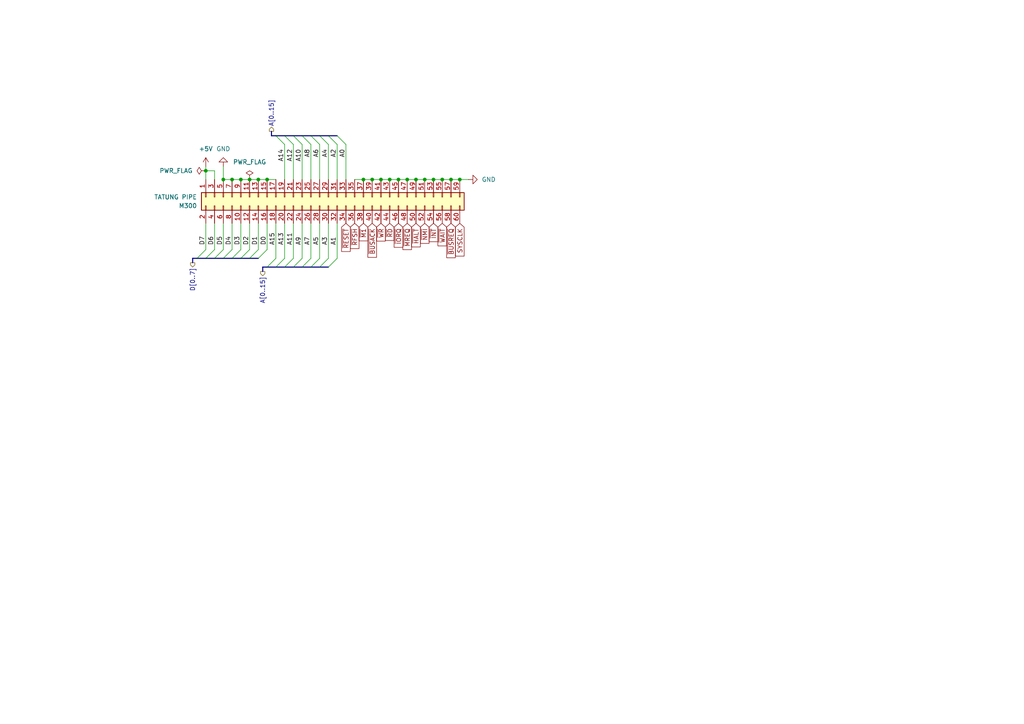
<source format=kicad_sch>
(kicad_sch (version 20250114) (generator "eeschema") (generator_version "9.0")
  (paper "A4")
  (lib_symbols
    (symbol "Connector_Generic:Conn_02x30_Odd_Even" (pin_names (offset 1.016) (hide yes))
      (property "Reference" "J" (at 1.27 38.1 0))
      (property "Value" "Conn_02x30_Odd_Even" (at 1.27 -40.64 0))
      (symbol "Conn_02x30_Odd_Even_1_1"
        (rectangle (start -1.27 36.83) (end 3.81 -39.37) (stroke (width 0.254)) (fill (type background)))
        (rectangle (start -1.27 35.687) (end 0 35.433) (stroke (width 0.1524)))
        (rectangle (start -1.27 33.147) (end 0 32.893) (stroke (width 0.1524)))
        (rectangle (start -1.27 30.607) (end 0 30.353) (stroke (width 0.1524)))
        (rectangle (start -1.27 28.067) (end 0 27.813) (stroke (width 0.1524)))
        (rectangle (start -1.27 25.527) (end 0 25.273) (stroke (width 0.1524)))
        (rectangle (start -1.27 22.987) (end 0 22.733) (stroke (width 0.1524)))
        (rectangle (start -1.27 20.447) (end 0 20.193) (stroke (width 0.1524)))
        (rectangle (start -1.27 17.907) (end 0 17.653) (stroke (width 0.1524)))
        (rectangle (start -1.27 15.367) (end 0 15.113) (stroke (width 0.1524)))
        (rectangle (start -1.27 12.827) (end 0 12.573) (stroke (width 0.1524)))
        (rectangle (start -1.27 10.287) (end 0 10.033) (stroke (width 0.1524)))
        (rectangle (start -1.27 7.747) (end 0 7.493) (stroke (width 0.1524)))
        (rectangle (start -1.27 5.207) (end 0 4.953) (stroke (width 0.1524)))
        (rectangle (start -1.27 2.667) (end 0 2.413) (stroke (width 0.1524)))
        (rectangle (start -1.27 0.127) (end 0 -0.127) (stroke (width 0.1524)))
        (rectangle (start -1.27 -2.413) (end 0 -2.667) (stroke (width 0.1524)))
        (rectangle (start -1.27 -4.953) (end 0 -5.207) (stroke (width 0.1524)))
        (rectangle (start -1.27 -7.493) (end 0 -7.747) (stroke (width 0.1524)))
        (rectangle (start -1.27 -10.033) (end 0 -10.287) (stroke (width 0.1524)))
        (rectangle (start -1.27 -12.573) (end 0 -12.827) (stroke (width 0.1524)))
        (rectangle (start -1.27 -15.113) (end 0 -15.367) (stroke (width 0.1524)))
        (rectangle (start -1.27 -17.653) (end 0 -17.907) (stroke (width 0.1524)))
        (rectangle (start -1.27 -20.193) (end 0 -20.447) (stroke (width 0.1524)))
        (rectangle (start -1.27 -22.733) (end 0 -22.987) (stroke (width 0.1524)))
        (rectangle (start -1.27 -25.273) (end 0 -25.527) (stroke (width 0.1524)))
        (rectangle (start -1.27 -27.813) (end 0 -28.067) (stroke (width 0.1524)))
        (rectangle (start -1.27 -30.353) (end 0 -30.607) (stroke (width 0.1524)))
        (rectangle (start -1.27 -32.893) (end 0 -33.147) (stroke (width 0.1524)))
        (rectangle (start -1.27 -35.433) (end 0 -35.687) (stroke (width 0.1524)))
        (rectangle (start -1.27 -37.973) (end 0 -38.227) (stroke (width 0.1524)))
        (rectangle (start 3.81 35.687) (end 2.54 35.433) (stroke (width 0.1524)))
        (rectangle (start 3.81 33.147) (end 2.54 32.893) (stroke (width 0.1524)))
        (rectangle (start 3.81 30.607) (end 2.54 30.353) (stroke (width 0.1524)))
        (rectangle (start 3.81 28.067) (end 2.54 27.813) (stroke (width 0.1524)))
        (rectangle (start 3.81 25.527) (end 2.54 25.273) (stroke (width 0.1524)))
        (rectangle (start 3.81 22.987) (end 2.54 22.733) (stroke (width 0.1524)))
        (rectangle (start 3.81 20.447) (end 2.54 20.193) (stroke (width 0.1524)))
        (rectangle (start 3.81 17.907) (end 2.54 17.653) (stroke (width 0.1524)))
        (rectangle (start 3.81 15.367) (end 2.54 15.113) (stroke (width 0.1524)))
        (rectangle (start 3.81 12.827) (end 2.54 12.573) (stroke (width 0.1524)))
        (rectangle (start 3.81 10.287) (end 2.54 10.033) (stroke (width 0.1524)))
        (rectangle (start 3.81 7.747) (end 2.54 7.493) (stroke (width 0.1524)))
        (rectangle (start 3.81 5.207) (end 2.54 4.953) (stroke (width 0.1524)))
        (rectangle (start 3.81 2.667) (end 2.54 2.413) (stroke (width 0.1524)))
        (rectangle (start 3.81 0.127) (end 2.54 -0.127) (stroke (width 0.1524)))
        (rectangle (start 3.81 -2.413) (end 2.54 -2.667) (stroke (width 0.1524)))
        (rectangle (start 3.81 -4.953) (end 2.54 -5.207) (stroke (width 0.1524)))
        (rectangle (start 3.81 -7.493) (end 2.54 -7.747) (stroke (width 0.1524)))
        (rectangle (start 3.81 -10.033) (end 2.54 -10.287) (stroke (width 0.1524)))
        (rectangle (start 3.81 -12.573) (end 2.54 -12.827) (stroke (width 0.1524)))
        (rectangle (start 3.81 -15.113) (end 2.54 -15.367) (stroke (width 0.1524)))
        (rectangle (start 3.81 -17.653) (end 2.54 -17.907) (stroke (width 0.1524)))
        (rectangle (start 3.81 -20.193) (end 2.54 -20.447) (stroke (width 0.1524)))
        (rectangle (start 3.81 -22.733) (end 2.54 -22.987) (stroke (width 0.1524)))
        (rectangle (start 3.81 -25.273) (end 2.54 -25.527) (stroke (width 0.1524)))
        (rectangle (start 3.81 -27.813) (end 2.54 -28.067) (stroke (width 0.1524)))
        (rectangle (start 3.81 -30.353) (end 2.54 -30.607) (stroke (width 0.1524)))
        (rectangle (start 3.81 -32.893) (end 2.54 -33.147) (stroke (width 0.1524)))
        (rectangle (start 3.81 -35.433) (end 2.54 -35.687) (stroke (width 0.1524)))
        (rectangle (start 3.81 -37.973) (end 2.54 -38.227) (stroke (width 0.1524)))
        (pin passive line (at -5.08 35.56 0) (length 3.81) (name "Pin_1") (number "1"))
        (pin passive line (at -5.08 33.02 0) (length 3.81) (name "Pin_3") (number "3"))
        (pin passive line (at -5.08 30.48 0) (length 3.81) (name "Pin_5") (number "5"))
        (pin passive line (at -5.08 27.94 0) (length 3.81) (name "Pin_7") (number "7"))
        (pin passive line (at -5.08 25.4 0) (length 3.81) (name "Pin_9") (number "9"))
        (pin passive line (at -5.08 22.86 0) (length 3.81) (name "Pin_11") (number "11"))
        (pin passive line (at -5.08 20.32 0) (length 3.81) (name "Pin_13") (number "13"))
        (pin passive line (at -5.08 17.78 0) (length 3.81) (name "Pin_15") (number "15"))
        (pin passive line (at -5.08 15.24 0) (length 3.81) (name "Pin_17") (number "17"))
        (pin passive line (at -5.08 12.7 0) (length 3.81) (name "Pin_19") (number "19"))
        (pin passive line (at -5.08 10.16 0) (length 3.81) (name "Pin_21") (number "21"))
        (pin passive line (at -5.08 7.62 0) (length 3.81) (name "Pin_23") (number "23"))
        (pin passive line (at -5.08 5.08 0) (length 3.81) (name "Pin_25") (number "25"))
        (pin passive line (at -5.08 2.54 0) (length 3.81) (name "Pin_27") (number "27"))
        (pin passive line (at -5.08 0 0) (length 3.81) (name "Pin_29") (number "29"))
        (pin passive line (at -5.08 -2.54 0) (length 3.81) (name "Pin_31") (number "31"))
        (pin passive line (at -5.08 -5.08 0) (length 3.81) (name "Pin_33") (number "33"))
        (pin passive line (at -5.08 -7.62 0) (length 3.81) (name "Pin_35") (number "35"))
        (pin passive line (at -5.08 -10.16 0) (length 3.81) (name "Pin_37") (number "37"))
        (pin passive line (at -5.08 -12.7 0) (length 3.81) (name "Pin_39") (number "39"))
        (pin passive line (at -5.08 -15.24 0) (length 3.81) (name "Pin_41") (number "41"))
        (pin passive line (at -5.08 -17.78 0) (length 3.81) (name "Pin_43") (number "43"))
        (pin passive line (at -5.08 -20.32 0) (length 3.81) (name "Pin_45") (number "45"))
        (pin passive line (at -5.08 -22.86 0) (length 3.81) (name "Pin_47") (number "47"))
        (pin passive line (at -5.08 -25.4 0) (length 3.81) (name "Pin_49") (number "49"))
        (pin passive line (at -5.08 -27.94 0) (length 3.81) (name "Pin_51") (number "51"))
        (pin passive line (at -5.08 -30.48 0) (length 3.81) (name "Pin_53") (number "53"))
        (pin passive line (at -5.08 -33.02 0) (length 3.81) (name "Pin_55") (number "55"))
        (pin passive line (at -5.08 -35.56 0) (length 3.81) (name "Pin_57") (number "57"))
        (pin passive line (at -5.08 -38.1 0) (length 3.81) (name "Pin_59") (number "59"))
        (pin passive line (at 7.62 35.56 180) (length 3.81) (name "Pin_2") (number "2"))
        (pin passive line (at 7.62 33.02 180) (length 3.81) (name "Pin_4") (number "4"))
        (pin passive line (at 7.62 30.48 180) (length 3.81) (name "Pin_6") (number "6"))
        (pin passive line (at 7.62 27.94 180) (length 3.81) (name "Pin_8") (number "8"))
        (pin passive line (at 7.62 25.4 180) (length 3.81) (name "Pin_10") (number "10"))
        (pin passive line (at 7.62 22.86 180) (length 3.81) (name "Pin_12") (number "12"))
        (pin passive line (at 7.62 20.32 180) (length 3.81) (name "Pin_14") (number "14"))
        (pin passive line (at 7.62 17.78 180) (length 3.81) (name "Pin_16") (number "16"))
        (pin passive line (at 7.62 15.24 180) (length 3.81) (name "Pin_18") (number "18"))
        (pin passive line (at 7.62 12.7 180) (length 3.81) (name "Pin_20") (number "20"))
        (pin passive line (at 7.62 10.16 180) (length 3.81) (name "Pin_22") (number "22"))
        (pin passive line (at 7.62 7.62 180) (length 3.81) (name "Pin_24") (number "24"))
        (pin passive line (at 7.62 5.08 180) (length 3.81) (name "Pin_26") (number "26"))
        (pin passive line (at 7.62 2.54 180) (length 3.81) (name "Pin_28") (number "28"))
        (pin passive line (at 7.62 0 180) (length 3.81) (name "Pin_30") (number "30"))
        (pin passive line (at 7.62 -2.54 180) (length 3.81) (name "Pin_32") (number "32"))
        (pin passive line (at 7.62 -5.08 180) (length 3.81) (name "Pin_34") (number "34"))
        (pin passive line (at 7.62 -7.62 180) (length 3.81) (name "Pin_36") (number "36"))
        (pin passive line (at 7.62 -10.16 180) (length 3.81) (name "Pin_38") (number "38"))
        (pin passive line (at 7.62 -12.7 180) (length 3.81) (name "Pin_40") (number "40"))
        (pin passive line (at 7.62 -15.24 180) (length 3.81) (name "Pin_42") (number "42"))
        (pin passive line (at 7.62 -17.78 180) (length 3.81) (name "Pin_44") (number "44"))
        (pin passive line (at 7.62 -20.32 180) (length 3.81) (name "Pin_46") (number "46"))
        (pin passive line (at 7.62 -22.86 180) (length 3.81) (name "Pin_48") (number "48"))
        (pin passive line (at 7.62 -25.4 180) (length 3.81) (name "Pin_50") (number "50"))
        (pin passive line (at 7.62 -27.94 180) (length 3.81) (name "Pin_52") (number "52"))
        (pin passive line (at 7.62 -30.48 180) (length 3.81) (name "Pin_54") (number "54"))
        (pin passive line (at 7.62 -33.02 180) (length 3.81) (name "Pin_56") (number "56"))
        (pin passive line (at 7.62 -35.56 180) (length 3.81) (name "Pin_58") (number "58"))
        (pin passive line (at 7.62 -38.1 180) (length 3.81) (name "Pin_60") (number "60"))
      )
    )
    (symbol "power:+5V" (power) (pin_numbers (hide yes)) (pin_names (offset 0) (hide yes))
      (property "Value" "+5V" (at 0 3.556 0))
      (symbol "+5V_0_1"
        (polyline (pts (xy -0.762 1.27) (xy 0 2.54)))
        (polyline (pts (xy 0 2.54) (xy 0.762 1.27)))
        (polyline (pts (xy 0 0) (xy 0 2.54)))
      )
      (symbol "+5V_1_1"
        (pin power_in line (at 0 0 90) (length 0) (name "~") (number "1"))
      )
    )
    (symbol "power:GND" (power) (pin_numbers (hide yes)) (pin_names (offset 0) (hide yes))
      (property "Value" "GND" (at 0 -3.81 0))
      (symbol "GND_0_1"
        (polyline (pts (xy 0 0) (xy 0 -1.27) (xy 1.27 -1.27) (xy 0 -2.54) (xy -1.27 -1.27) (xy 0 -1.27)))
      )
      (symbol "GND_1_1"
        (pin power_in line (at 0 0 270) (length 0) (name "~") (number "1"))
      )
    )
    (symbol "power:PWR_FLAG" (power) (pin_numbers (hide yes)) (pin_names (offset 0) (hide yes))
      (property "Value" "PWR_FLAG" (at 0 3.81 0))
      (symbol "PWR_FLAG_0_0"
        (pin power_out line (at 0 0 90) (length 0) (name "~") (number "1"))
      )
      (symbol "PWR_FLAG_0_1"
        (polyline (pts (xy 0 0) (xy 0 1.27) (xy -1.016 1.905) (xy 0 2.54) (xy 1.016 1.905) (xy 0 1.27)))
      )
    )
  )
  (junction (at 125.73 52.07))
  (junction (at 107.95 52.07))
  (junction (at 74.93 52.07))
  (junction (at 64.77 52.07))
  (junction (at 105.41 52.07))
  (junction (at 72.39 52.07))
  (junction (at 120.65 52.07))
  (junction (at 69.85 52.07))
  (junction (at 133.35 52.07))
  (junction (at 130.81 52.07))
  (junction (at 59.69 49.53))
  (junction (at 113.03 52.07))
  (junction (at 115.57 52.07))
  (junction (at 123.19 52.07))
  (junction (at 67.31 52.07))
  (junction (at 77.47 52.07))
  (junction (at 110.49 52.07))
  (junction (at 118.11 52.07))
  (junction (at 128.27 52.07))
  (bus_entry (at 85.09 41.91) (size -2.54 -2.54))
  (bus_entry (at 67.31 72.39) (size -2.54 2.54))
  (bus_entry (at 90.17 41.91) (size -2.54 -2.54))
  (bus_entry (at 62.23 72.39) (size -2.54 2.54))
  (bus_entry (at 64.77 72.39) (size -2.54 2.54))
  (bus_entry (at 90.17 74.93) (size -2.54 2.54))
  (bus_entry (at 97.79 74.93) (size -2.54 2.54))
  (bus_entry (at 82.55 41.91) (size -2.54 -2.54))
  (bus_entry (at 74.93 72.39) (size -2.54 2.54))
  (bus_entry (at 85.09 74.93) (size -2.54 2.54))
  (bus_entry (at 59.69 72.39) (size -2.54 2.54))
  (bus_entry (at 97.79 41.91) (size -2.54 -2.54))
  (bus_entry (at 100.33 41.91) (size -2.54 -2.54))
  (bus_entry (at 92.71 74.93) (size -2.54 2.54))
  (bus_entry (at 80.01 74.93) (size -2.54 2.54))
  (bus_entry (at 82.55 74.93) (size -2.54 2.54))
  (bus_entry (at 77.47 72.39) (size -2.54 2.54))
  (bus_entry (at 87.63 41.91) (size -2.54 -2.54))
  (bus_entry (at 69.85 72.39) (size -2.54 2.54))
  (bus_entry (at 95.25 41.91) (size -2.54 -2.54))
  (bus_entry (at 92.71 41.91) (size -2.54 -2.54))
  (bus_entry (at 72.39 72.39) (size -2.54 2.54))
  (bus_entry (at 87.63 74.93) (size -2.54 2.54))
  (bus_entry (at 95.25 74.93) (size -2.54 2.54))
  (bus (pts (xy 77.47 77.47) (xy 80.01 77.47)))
  (wire (pts (xy 59.69 49.53) (xy 59.69 52.07)))
  (wire (pts (xy 85.09 52.07) (xy 85.09 41.91)))
  (wire (pts (xy 80.01 64.77) (xy 80.01 74.93)))
  (wire (pts (xy 107.95 52.07) (xy 110.49 52.07)))
  (wire (pts (xy 100.33 52.07) (xy 100.33 41.91)))
  (bus (pts (xy 92.71 39.37) (xy 95.25 39.37)))
  (wire (pts (xy 95.25 64.77) (xy 95.25 74.93)))
  (wire (pts (xy 69.85 52.07) (xy 72.39 52.07)))
  (wire (pts (xy 133.35 52.07) (xy 135.89 52.07)))
  (bus (pts (xy 72.39 74.93) (xy 74.93 74.93)))
  (bus (pts (xy 80.01 39.37) (xy 82.55 39.37)))
  (wire (pts (xy 87.63 52.07) (xy 87.63 41.91)))
  (bus (pts (xy 67.31 74.93) (xy 69.85 74.93)))
  (bus (pts (xy 62.23 74.93) (xy 64.77 74.93)))
  (wire (pts (xy 95.25 52.07) (xy 95.25 41.91)))
  (wire (pts (xy 128.27 52.07) (xy 130.81 52.07)))
  (wire (pts (xy 90.17 64.77) (xy 90.17 74.93)))
  (wire (pts (xy 125.73 52.07) (xy 128.27 52.07)))
  (wire (pts (xy 82.55 52.07) (xy 82.55 41.91)))
  (wire (pts (xy 130.81 52.07) (xy 133.35 52.07)))
  (wire (pts (xy 82.55 64.77) (xy 82.55 74.93)))
  (bus (pts (xy 90.17 77.47) (xy 92.71 77.47)))
  (wire (pts (xy 118.11 52.07) (xy 120.65 52.07)))
  (wire (pts (xy 64.77 48.26) (xy 64.77 52.07)))
  (wire (pts (xy 64.77 52.07) (xy 67.31 52.07)))
  (wire (pts (xy 97.79 52.07) (xy 97.79 41.91)))
  (wire (pts (xy 102.87 52.07) (xy 105.41 52.07)))
  (wire (pts (xy 92.71 64.77) (xy 92.71 74.93)))
  (wire (pts (xy 113.03 52.07) (xy 115.57 52.07)))
  (wire (pts (xy 120.65 52.07) (xy 123.19 52.07)))
  (wire (pts (xy 77.47 64.77) (xy 77.47 72.39)))
  (wire (pts (xy 69.85 64.77) (xy 69.85 72.39)))
  (wire (pts (xy 87.63 64.77) (xy 87.63 74.93)))
  (wire (pts (xy 67.31 52.07) (xy 69.85 52.07)))
  (wire (pts (xy 123.19 52.07) (xy 125.73 52.07)))
  (bus (pts (xy 82.55 39.37) (xy 85.09 39.37)))
  (bus (pts (xy 78.74 39.37) (xy 80.01 39.37)))
  (bus (pts (xy 85.09 39.37) (xy 87.63 39.37)))
  (bus (pts (xy 69.85 74.93) (xy 72.39 74.93)))
  (wire (pts (xy 90.17 52.07) (xy 90.17 41.91)))
  (wire (pts (xy 72.39 64.77) (xy 72.39 72.39)))
  (bus (pts (xy 64.77 74.93) (xy 67.31 74.93)))
  (wire (pts (xy 105.41 52.07) (xy 107.95 52.07)))
  (bus (pts (xy 92.71 77.47) (xy 95.25 77.47)))
  (bus (pts (xy 59.69 74.93) (xy 62.23 74.93)))
  (bus (pts (xy 95.25 39.37) (xy 97.79 39.37)))
  (bus (pts (xy 87.63 39.37) (xy 90.17 39.37)))
  (wire (pts (xy 92.71 52.07) (xy 92.71 41.91)))
  (wire (pts (xy 115.57 52.07) (xy 118.11 52.07)))
  (wire (pts (xy 62.23 64.77) (xy 62.23 72.39)))
  (wire (pts (xy 74.93 52.07) (xy 77.47 52.07)))
  (bus (pts (xy 85.09 77.47) (xy 87.63 77.47)))
  (wire (pts (xy 59.69 48.26) (xy 59.69 49.53)))
  (wire (pts (xy 77.47 52.07) (xy 80.01 52.07)))
  (bus (pts (xy 55.88 74.93) (xy 57.15 74.93)))
  (bus (pts (xy 76.2 78.74) (xy 76.2 77.47)))
  (wire (pts (xy 62.23 52.07) (xy 62.23 49.53)))
  (wire (pts (xy 67.31 64.77) (xy 67.31 72.39)))
  (bus (pts (xy 80.01 77.47) (xy 82.55 77.47)))
  (bus (pts (xy 78.74 38.1) (xy 78.74 39.37)))
  (bus (pts (xy 90.17 39.37) (xy 92.71 39.37)))
  (wire (pts (xy 62.23 49.53) (xy 59.69 49.53)))
  (bus (pts (xy 76.2 77.47) (xy 77.47 77.47)))
  (wire (pts (xy 97.79 64.77) (xy 97.79 74.93)))
  (wire (pts (xy 59.69 64.77) (xy 59.69 72.39)))
  (wire (pts (xy 64.77 64.77) (xy 64.77 72.39)))
  (bus (pts (xy 87.63 77.47) (xy 90.17 77.47)))
  (wire (pts (xy 110.49 52.07) (xy 113.03 52.07)))
  (bus (pts (xy 55.88 76.2) (xy 55.88 74.93)))
  (wire (pts (xy 72.39 52.07) (xy 74.93 52.07)))
  (wire (pts (xy 85.09 64.77) (xy 85.09 74.93)))
  (wire (pts (xy 74.93 64.77) (xy 74.93 72.39)))
  (bus (pts (xy 82.55 77.47) (xy 85.09 77.47)))
  (bus (pts (xy 57.15 74.93) (xy 59.69 74.93)))
  (label "D4" (at 67.31 71.12 90))
  (label "A1" (at 97.79 71.12 90))
  (label "A3" (at 95.25 71.12 90))
  (label "A6" (at 92.71 43.18 270))
  (label "D6" (at 62.23 71.12 90))
  (label "A14" (at 82.55 43.18 270))
  (label "A13" (at 82.55 71.12 90))
  (label "A10" (at 87.63 43.18 270))
  (label "D1" (at 74.93 71.12 90))
  (label "A11" (at 85.09 71.12 90))
  (label "D3" (at 69.85 71.12 90))
  (label "A7" (at 90.17 71.12 90))
  (label "A4" (at 95.25 43.18 270))
  (label "A2" (at 97.79 43.18 270))
  (label "D0" (at 77.47 71.12 90))
  (label "A0" (at 100.33 43.18 270))
  (label "A5" (at 92.71 71.12 90))
  (label "D2" (at 72.39 71.12 90))
  (label "A12" (at 85.09 43.18 270))
  (label "A15" (at 80.01 71.12 90))
  (label "D7" (at 59.69 71.12 90))
  (label "A8" (at 90.17 43.18 270))
  (label "D5" (at 64.77 71.12 90))
  (label "A9" (at 87.63 71.12 90))
  (global_label "~{BUSREQ}" (shape input) (at 130.81 64.77 270) (property "Intersheetrefs" "${INTERSHEET_REFS}" (effects (hide yes))))
  (global_label "SYSCLK" (shape input) (at 133.35 64.77 270) (property "Intersheetrefs" "${INTERSHEET_REFS}" (effects (hide yes))))
  (global_label "~{WAIT}" (shape input) (at 128.27 64.77 270) (property "Intersheetrefs" "${INTERSHEET_REFS}" (effects (hide yes))))
  (global_label "~{INT}" (shape input) (at 125.73 64.77 270) (property "Intersheetrefs" "${INTERSHEET_REFS}" (effects (hide yes))))
  (global_label "~{RFSH}" (shape input) (at 102.87 64.77 270) (property "Intersheetrefs" "${INTERSHEET_REFS}" (effects (hide yes))))
  (global_label "~{RESET}" (shape input) (at 100.33 64.77 270) (property "Intersheetrefs" "${INTERSHEET_REFS}" (effects (hide yes))))
  (global_label "~{M1}" (shape input) (at 105.41 64.77 270) (property "Intersheetrefs" "${INTERSHEET_REFS}" (effects (hide yes))))
  (global_label "~{RD}" (shape input) (at 113.03 64.77 270) (property "Intersheetrefs" "${INTERSHEET_REFS}" (effects (hide yes))))
  (global_label "~{MREQ}" (shape input) (at 118.11 64.77 270) (property "Intersheetrefs" "${INTERSHEET_REFS}" (effects (hide yes))))
  (global_label "~{NMI}" (shape input) (at 123.19 64.77 270) (property "Intersheetrefs" "${INTERSHEET_REFS}" (effects (hide yes))))
  (global_label "~{BUSACK}" (shape input) (at 107.95 64.77 270) (property "Intersheetrefs" "${INTERSHEET_REFS}" (effects (hide yes))))
  (global_label "~{WR}" (shape input) (at 110.49 64.77 270) (property "Intersheetrefs" "${INTERSHEET_REFS}" (effects (hide yes))))
  (global_label "~{HALT}" (shape input) (at 120.65 64.77 270) (property "Intersheetrefs" "${INTERSHEET_REFS}" (effects (hide yes))))
  (global_label "~{IORQ}" (shape input) (at 115.57 64.77 270) (property "Intersheetrefs" "${INTERSHEET_REFS}" (effects (hide yes))))
  (hierarchical_label "D[0..7]" (shape output) (at 55.88 76.2 270))
  (hierarchical_label "A[0..15]" (shape output) (at 78.74 38.1 90))
  (hierarchical_label "A[0..15]" (shape output) (at 76.2 78.74 270))
  (symbol (lib_id "power:GND") (at 64.77 48.26 180) (unit 1)
    (property "Reference" "#PWR0203" (effects (hide yes)))
    (property "Value" "GND" (at 64.77 43.18 0))
    (property "Description" "Power symbol creates a global label with name \"GND\" , ground" (effects (hide yes)))
  )
  (symbol (lib_id "power:+5V") (at 59.69 48.26 0) (unit 1)
    (property "Reference" "#PWR0202" (effects (hide yes)))
    (property "Value" "+5V" (at 59.69 43.18 0))
    (property "Description" "Power symbol creates a global label with name \"+5V\"" (effects (hide yes)))
  )
  (symbol (lib_id "power:PWR_FLAG") (at 72.39 52.07 0) (unit 1)
    (property "Reference" "#FLG01" (effects (hide yes)))
    (property "Value" "PWR_FLAG" (at 72.39 46.99 0))
    (property "Description" "Special symbol for telling ERC where power comes from" (effects (hide yes)))
  )
  (symbol (lib_id "power:PWR_FLAG") (at 59.69 49.53 90) (unit 1)
    (property "Reference" "#FLG02" (effects (hide yes)))
    (property "Value" "PWR_FLAG" (at 55.88 49.5299 90) (effects (justify left)))
    (property "Description" "Special symbol for telling ERC where power comes from" (effects (hide yes)))
  )
  (symbol (lib_id "Connector_Generic:Conn_02x30_Odd_Even") (at 95.25 57.15 90) (mirror x) (unit 1)
    (property "Reference" "M300" (at 57.15 59.6901 90) (effects (justify left)))
    (property "Value" "TATUNG PIPE" (at 57.15 57.1501 90) (effects (justify left)))
    (property "Footprint" "Einstein:M3 PinHeader_2x30_P2.54mm" (effects (hide yes)))
    (property "Description" "Generic connector, double row, 02x30, odd/even pin numbering scheme (row 1 odd numbers, row 2 even numbers), script generated (kicad-library-utils/schlib/autogen/connector/)" (effects (hide yes)))
  )
  (symbol (lib_id "power:GND") (at 135.89 52.07 90) (unit 1)
    (property "Reference" "#PWR0204" (effects (hide yes)))
    (property "Value" "GND" (at 139.7 52.0699 90) (effects (justify right)))
    (property "Description" "Power symbol creates a global label with name \"GND\" , ground" (effects (hide yes)))
  )
)
</source>
